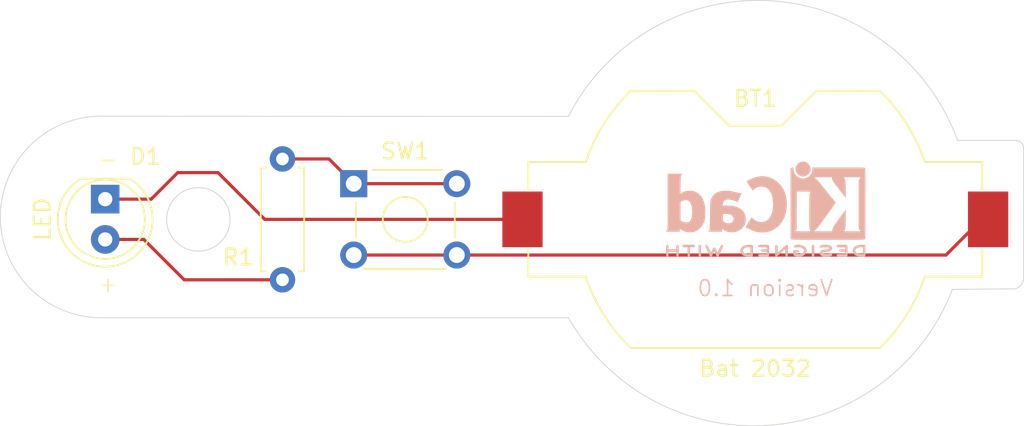
<source format=kicad_pcb>
(kicad_pcb (version 20241229) (generator "pcbnew") (generator_version "9.0")
  (title_block (title "Project 1| Led Torch") (date "2025-05-19") (rev "1") (company "Animatronics"))
  (layers (0 "F.Cu" signal) (2 "B.Cu" signal) (13 "F.Paste" user) (15 "B.Paste" user) (5 "F.SilkS" user "F.Silkscreen") (7 "B.SilkS" user "B.Silkscreen") (1 "F.Mask" user) (3 "B.Mask" user) (25 "Edge.Cuts" user))
  (net 0 "")
  (net 1 "/LED_cathod")
  (net 2 "/BAT_pos")
  (net 3 "/LED_anode")
  (net 4 "Net-(SW1A-A)")
  (footprint "LED_THT:LED_D5.0mm" (layer "F.Cu") (at 100.33 100.225 -90)
    (property "Reference" "D1" (at -2.689 -2.54 180) (layer "F.SilkS"))
    (property "Value" "LED" (at 1.27 3.96 90) (layer "F.SilkS"))
    (pad "1" thru_hole rect (at 0 0 270) (size 1.8 1.8) (drill 0.9) (layers "*.Cu" "*.Mask") (net 1 "/LED_cathod"))
    (pad "2" thru_hole circle (at 2.54 0 270) (size 1.8 1.8) (drill 0.9) (layers "*.Cu" "*.Mask") (net 3 "/LED_anode"))
  )
  (footprint "Button_Switch_THT:SW_TH_Tactile_Omron_B3F-10xx" (layer "F.Cu") (at 116 99.25)
    (property "Reference" "SW1" (at 3.25 -2.05 0) (layer "F.SilkS"))
    (property "Value" "SW_DPST")
    (pad "1" thru_hole rect (at 0 0) (size 1.7 1.7) (drill 1) (layers "*.Cu" "*.Mask") (net 4 "Net-(SW1A-A)"))
    (pad "1" thru_hole circle (at 6.5 0) (size 1.7 1.7) (drill 1) (layers "*.Cu" "*.Mask") (net 4 "Net-(SW1A-A)"))
    (pad "2" thru_hole circle (at 0 4.5) (size 1.7 1.7) (drill 1) (layers "*.Cu" "*.Mask") (net 2 "/BAT_pos"))
    (pad "2" thru_hole circle (at 6.5 4.5) (size 1.7 1.7) (drill 1) (layers "*.Cu" "*.Mask") (net 2 "/BAT_pos"))
  )
  (footprint "Battery:BatteryHolder_Keystone_1058_1x2032" (layer "F.Cu") (at 141.32 101.5 180)
    (property "Reference" "BT1" (at 0 7.62 0) (layer "F.SilkS"))
    (property "Value" "Bat 2032" (at 0 -9.398 0) (layer "F.SilkS"))
    (pad "1" smd rect (at -14.68 0 180) (size 2.54 3.51) (layers "F.Cu" "F.Mask" "F.Paste") (net 2 "/BAT_pos"))
    (pad "2" smd rect (at 14.68 0 180) (size 2.54 3.51) (layers "F.Cu" "F.Mask" "F.Paste") (net 1 "/LED_cathod"))
  )
  (footprint "Resistor_THT:R_Axial_DIN0207_L6.3mm_D2.5mm_P7.62mm_Horizontal" (layer "F.Cu") (at 111.506 97.69 -90)
    (property "Reference" "R1" (at 6.196 2.794 180) (layer "F.SilkS"))
    (property "Value" "R")
    (pad "1" thru_hole circle (at 0 0 270) (size 1.6 1.6) (drill 0.8) (layers "*.Cu" "*.Mask") (net 4 "Net-(SW1A-A)"))
    (pad "2" thru_hole oval (at 7.62 0 270) (size 1.6 1.6) (drill 0.8) (layers "*.Cu" "*.Mask") (net 3 "/LED_anode"))
  )
  (footprint "Symbol:KiCad-Logo2_5mm_SilkScreen" (layer "B.Cu") (at 141.986 100.838 180)
    (property "Reference" "REF**" (hide yes))
    (property "Value" "KiCad-Logo2_5mm_SilkScreen" (hide yes))
  )
  (gr_arc (start 129.540001 95.006959) (mid 142.302814 87.718024) (end 154.073252 96.52) (stroke (width 0.05)) (layer "Edge.Cuts"))
  (gr_arc (start 153.748936 105.914306) (mid 142.20909 114.477001) (end 129.54 107.696) (stroke (width 0.05)) (layer "Edge.Cuts"))
  (gr_line (start 153.748936 105.914303) (end 157.720966 105.878897) (stroke (width 0.05)) (layer "Edge.Cuts"))
  (gr_arc (start 157.734 96.52) (mid 158.09321 96.66879) (end 158.242 97.028) (stroke (width 0.05)) (layer "Edge.Cuts"))
  (gr_arc (start 158.242 105.156) (mid 158.098167 105.601549) (end 157.720966 105.878897) (stroke (width 0.05)) (layer "Edge.Cuts"))
  (gr_line (start 154.073252 96.52) (end 157.734 96.519999) (stroke (width 0.05)) (layer "Edge.Cuts"))
  (gr_line (start 100.33 94.996) (end 129.54 95.006958) (stroke (width 0.05)) (layer "Edge.Cuts"))
  (gr_line (start 100.076 107.701078) (end 129.54 107.701078) (stroke (width 0.05)) (layer "Edge.Cuts"))
  (gr_line (start 158.242 97.028) (end 158.242 105.156) (stroke (width 0.05)) (layer "Edge.Cuts"))
  (gr_arc (start 100.076004 107.701078) (mid 93.722196 101.218977) (end 100.33 94.996) (stroke (width 0.05)) (layer "Edge.Cuts"))
  (gr_circle (center 106.204 101.5) (end 108.204 101.5) (stroke (width 0.05)) (fill no) (layer "Edge.Cuts"))
  (gr_text "+" (at 99.822 106.172 0) (layer "F.SilkS") (effects (font (size 1 1) (thickness 0.1)) (justify left bottom)))
  (gr_text "-" (at 99.822 98.298 0) (layer "F.SilkS") (effects (font (size 1 1) (thickness 0.1)) (justify left bottom)))
  (gr_text "Version 1.0" (at 146.304 106.426 0) (layer "B.SilkS") (effects (font (size 1 1) (thickness 0.1)) (justify left bottom mirror)))
  (segment (start 110.39 101.5) (end 126.64 101.5) (width 0.2) (layer "F.Cu") (net 1))
  (segment (start 104.902 98.552) (end 107.442 98.552) (width 0.2) (layer "F.Cu") (net 1))
  (segment (start 107.442 98.552) (end 110.39 101.5) (width 0.2) (layer "F.Cu") (net 1))
  (segment (start 103.229 100.225) (end 104.902 98.552) (width 0.2) (layer "F.Cu") (net 1))
  (segment (start 100.33 100.225) (end 103.229 100.225) (width 0.2) (layer "F.Cu") (net 1))
  (segment (start 116 103.75) (end 122.5 103.75) (width 0.2) (layer "F.Cu") (net 2))
  (segment (start 122.5 103.75) (end 153.342 103.75) (width 0.2) (layer "F.Cu") (net 2))
  (segment (start 153.342 103.75) (end 156 101.092) (width 0.2) (layer "F.Cu") (net 2))
  (segment (start 105.31 105.31) (end 111.506 105.31) (width 0.2) (layer "F.Cu") (net 3))
  (segment (start 100.33 102.765) (end 102.765 102.765) (width 0.2) (layer "F.Cu") (net 3))
  (segment (start 102.765 102.765) (end 105.31 105.31) (width 0.2) (layer "F.Cu") (net 3))
  (segment (start 116 99.25) (end 122.5 99.25) (width 0.2) (layer "F.Cu") (net 4))
  (segment (start 111.506 97.69) (end 114.44 97.69) (width 0.2) (layer "F.Cu") (net 4))
  (segment (start 114.44 97.69) (end 116 99.25) (width 0.2) (layer "F.Cu") (net 4))
)
</source>
